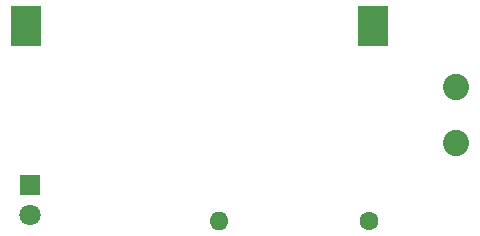
<source format=gbr>
%TF.GenerationSoftware,KiCad,Pcbnew,7.0.9*%
%TF.CreationDate,2023-11-27T16:58:42+01:00*%
%TF.ProjectId,01-getting-started,30312d67-6574-4746-996e-672d73746172,0*%
%TF.SameCoordinates,Original*%
%TF.FileFunction,Soldermask,Bot*%
%TF.FilePolarity,Negative*%
%FSLAX46Y46*%
G04 Gerber Fmt 4.6, Leading zero omitted, Abs format (unit mm)*
G04 Created by KiCad (PCBNEW 7.0.9) date 2023-11-27 16:58:42*
%MOMM*%
%LPD*%
G01*
G04 APERTURE LIST*
%ADD10C,2.220000*%
%ADD11R,1.800000X1.800000*%
%ADD12C,1.800000*%
%ADD13C,1.600000*%
%ADD14O,1.600000X1.600000*%
%ADD15R,2.540000X3.510000*%
G04 APERTURE END LIST*
D10*
%TO.C,SW1*%
X167000000Y-101700000D03*
X167000000Y-106400000D03*
%TD*%
D11*
%TO.C,D1*%
X131000000Y-110000000D03*
D12*
X131000000Y-112540000D03*
%TD*%
D13*
%TO.C,R1*%
X159700000Y-113000000D03*
D14*
X147000000Y-113000000D03*
%TD*%
D15*
%TO.C,BT1*%
X160020000Y-96520000D03*
X130660000Y-96520000D03*
%TD*%
M02*

</source>
